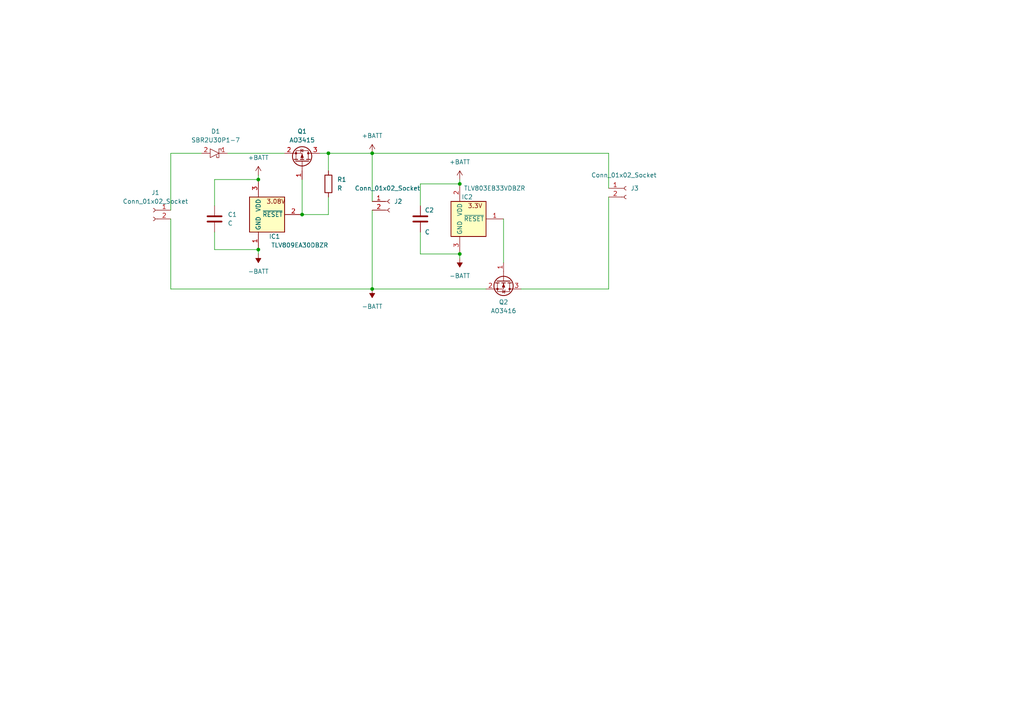
<source format=kicad_sch>
(kicad_sch (version 20250114) (generator "eeschema") (generator_version "9.0")
  (paper "A4")
  (lib_symbols
    (symbol "Connector:Conn_01x02_Socket" (pin_names (offset 1.016) (hide yes))
      (property "Reference" "J" (at 0 2.54 0))
      (property "Value" "Conn_01x02_Socket" (at 0 -5.08 0))
      (symbol "Conn_01x02_Socket_1_1"
        (polyline (pts (xy -1.27 0) (xy -0.508 0)) (stroke (width 0.1524)))
        (polyline (pts (xy -1.27 -2.54) (xy -0.508 -2.54)) (stroke (width 0.1524)))
        (arc (start 0 -0.508) (mid -0.5058 0) (end 0 0.508) (stroke (width 0.1524)))
        (arc (start 0 -3.048) (mid -0.5058 -2.54) (end 0 -2.032) (stroke (width 0.1524)))
        (pin passive line (at -5.08 0 0) (length 3.81) (name "Pin_1") (number "1"))
        (pin passive line (at -5.08 -2.54 0) (length 3.81) (name "Pin_2") (number "2"))
      )
    )
    (symbol "Device:C" (pin_numbers (hide yes)) (pin_names (offset 0.254))
      (property "Reference" "C" (at 0.635 2.54 0))
      (property "Value" "C" (at 0.635 -2.54 0))
      (symbol "C_0_1"
        (polyline (pts (xy -2.032 0.762) (xy 2.032 0.762)) (stroke (width 0.508)))
        (polyline (pts (xy -2.032 -0.762) (xy 2.032 -0.762)) (stroke (width 0.508)))
      )
      (symbol "C_1_1"
        (pin passive line (at 0 3.81 270) (length 2.794) (name "~") (number "1"))
        (pin passive line (at 0 -3.81 90) (length 2.794) (name "~") (number "2"))
      )
    )
    (symbol "Device:R" (pin_numbers (hide yes)) (pin_names (offset 0))
      (property "Reference" "R" (at 2.032 0 90))
      (property "Value" "R" (at 0 0 90))
      (symbol "R_0_1"
        (rectangle (start -1.016 -2.54) (end 1.016 2.54) (stroke (width 0.254)))
      )
      (symbol "R_1_1"
        (pin passive line (at 0 3.81 270) (length 1.27) (name "~") (number "1"))
        (pin passive line (at 0 -3.81 90) (length 1.27) (name "~") (number "2"))
      )
    )
    (symbol "Marcus-PCB-Library:AO3415" (pin_names (hide yes))
      (property "Reference" "Q" (at 11.43 3.81 0))
      (property "Value" "AO3415" (at 11.43 1.27 0))
      (symbol "AO3415_0_1"
        (polyline (pts (xy 1.524 1.905) (xy 1.524 -1.905)) (stroke (width 0.254)))
        (polyline (pts (xy 1.524 0) (xy -1.27 0)))
        (polyline (pts (xy 2.032 2.286) (xy 2.032 1.27)) (stroke (width 0.254)))
        (polyline (pts (xy 2.032 1.778) (xy 4.572 1.778) (xy 4.572 -1.778) (xy 2.032 -1.778)))
        (polyline (pts (xy 2.032 0.508) (xy 2.032 -0.508)) (stroke (width 0.254)))
        (polyline (pts (xy 2.032 -1.27) (xy 2.032 -2.286)) (stroke (width 0.254)))
        (circle (center 2.921 0) (radius 2.794) (stroke (width 0.254)))
        (polyline (pts (xy 3.556 0) (xy 2.54 0.381) (xy 2.54 -0.381) (xy 3.556 0)) (fill (type outline)))
        (polyline (pts (xy 3.81 2.54) (xy 3.81 1.778)))
        (circle (center 3.81 1.778) (radius 0.254) (fill (type outline)))
        (circle (center 3.81 -1.778) (radius 0.254) (fill (type outline)))
        (polyline (pts (xy 3.81 -2.54) (xy 3.81 0) (xy 2.032 0)))
        (polyline (pts (xy 4.064 -0.508) (xy 4.191 -0.381) (xy 4.953 -0.381) (xy 5.08 -0.254)))
        (polyline (pts (xy 4.572 -0.381) (xy 4.191 0.254) (xy 4.953 0.254) (xy 4.572 -0.381)))
      )
      (symbol "AO3415_1_1"
        (pin input line (at -3.81 0 0) (length 2.54) (name "G") (number "1"))
        (pin passive line (at 3.81 5.08 270) (length 2.54) (name "D") (number "3"))
        (pin passive line (at 3.81 -5.08 90) (length 2.54) (name "S") (number "2"))
      )
    )
    (symbol "Marcus-PCB-Library:AO3416" (pin_names (hide yes))
      (property "Reference" "Q2" (at 6.35 0 90))
      (property "Value" "AO3416" (at 8.89 0 90))
      (symbol "AO3416_0_1"
        (polyline (pts (xy 0.254 1.905) (xy 0.254 -1.905)) (stroke (width 0.254)))
        (polyline (pts (xy 0.254 0) (xy -2.54 0)))
        (polyline (pts (xy 0.762 2.286) (xy 0.762 1.27)) (stroke (width 0.254)))
        (polyline (pts (xy 0.762 0.508) (xy 0.762 -0.508)) (stroke (width 0.254)))
        (polyline (pts (xy 0.762 -1.27) (xy 0.762 -2.286)) (stroke (width 0.254)))
        (polyline (pts (xy 0.762 -1.778) (xy 3.302 -1.778) (xy 3.302 1.778) (xy 0.762 1.778)))
        (polyline (pts (xy 1.016 0) (xy 2.032 0.381) (xy 2.032 -0.381) (xy 1.016 0)) (fill (type outline)))
        (circle (center 1.651 0) (radius 2.794) (stroke (width 0.254)))
        (polyline (pts (xy 2.54 2.54) (xy 2.54 1.778)))
        (circle (center 2.54 1.778) (radius 0.254) (fill (type outline)))
        (circle (center 2.54 -1.778) (radius 0.254) (fill (type outline)))
        (polyline (pts (xy 2.54 -2.54) (xy 2.54 0) (xy 0.762 0)))
        (polyline (pts (xy 2.794 0.508) (xy 2.921 0.381) (xy 3.683 0.381) (xy 3.81 0.254)))
        (polyline (pts (xy 3.302 0.381) (xy 2.921 -0.254) (xy 3.683 -0.254) (xy 3.302 0.381)))
      )
      (symbol "AO3416_1_1"
        (pin input line (at -5.08 0 0) (length 2.54) (name "G") (number "1"))
        (pin passive line (at 2.54 5.08 270) (length 2.54) (name "D") (number "3"))
        (pin passive line (at 2.54 -5.08 90) (length 2.54) (name "S") (number "2"))
      )
    )
    (symbol "Marcus-PCB-Library:SBR2U30P1-7" (pin_names (hide yes))
      (property "Reference" "D" (at 5.08 -3.81 0))
      (property "Value" "SBR2U30P1-7" (at 2.54 5.08 0))
      (symbol "SBR2U30P1-7_0_1"
        (polyline (pts (xy 5.08 1.27) (xy 5.08 -1.27) (xy 7.62 0) (xy 5.08 1.27)))
        (polyline (pts (xy 6.985 -1.27) (xy 6.985 -0.635)))
        (polyline (pts (xy 7.62 1.27) (xy 8.255 1.27)))
        (polyline (pts (xy 7.62 1.27) (xy 7.62 -1.27) (xy 6.985 -1.27)))
        (polyline (pts (xy 8.255 1.27) (xy 8.255 0.635)))
      )
      (symbol "SBR2U30P1-7_1_1"
        (pin passive line (at 2.54 0 0) (length 2.54) (name "A") (number "2"))
        (pin passive line (at 10.16 0 180) (length 2.54) (name "K") (number "1"))
      )
    )
    (symbol "Marcus-PCB-Library:TLV803EB33VDBZR"
      (property "Reference" "IC" (at 26.67 7.62 0))
      (property "Value" "TLV803EB33VDBZR" (at 26.67 5.08 0))
      (symbol "TLV803EB33VDBZR_1_1"
        (rectangle (start 7.62 2.54) (end 17.78 -7.62) (stroke (width 0.254)) (fill (type background)))
        (text "3.3V" (at 14.605 1.27 0) (effects (font (size 1.27 1.27))))
        (pin passive line (at 10.16 7.62 270) (length 5.08) (name "VDD") (number "2"))
        (pin passive line (at 10.16 -12.7 90) (length 5.08) (name "GND") (number "3"))
        (pin passive line (at 22.86 -2.54 180) (length 5.08) (name "~{RESET}") (number "1"))
      )
    )
    (symbol "Marcus-PCB-Library:TLV809EA30DBZR"
      (property "Reference" "IC" (at 19.685 8.255 0))
      (property "Value" "TLV809EA30DBZR" (at 19.685 5.715 0))
      (symbol "TLV809EA30DBZR_1_1"
        (rectangle (start 12.7 2.54) (end 22.86 -7.62) (stroke (width 0.254)) (fill (type background)))
        (text "3.08V" (at 20.32 1.27 0) (effects (font (size 1.27 1.27))))
        (pin passive line (at 15.24 7.62 270) (length 5.08) (name "VDD") (number "3"))
        (pin passive line (at 15.24 -12.7 90) (length 5.08) (name "GND") (number "1"))
        (pin passive line (at 27.94 -2.54 180) (length 5.08) (name "~{RESET}") (number "2"))
      )
    )
    (symbol "power:+BATT" (power) (pin_numbers (hide yes)) (pin_names (offset 0) (hide yes))
      (property "Value" "+BATT" (at 0 3.556 0))
      (symbol "+BATT_0_1"
        (polyline (pts (xy -0.762 1.27) (xy 0 2.54)))
        (polyline (pts (xy 0 2.54) (xy 0.762 1.27)))
        (polyline (pts (xy 0 0) (xy 0 2.54)))
      )
      (symbol "+BATT_1_1"
        (pin power_in line (at 0 0 90) (length 0) (name "~") (number "1"))
      )
    )
    (symbol "power:-BATT" (power) (pin_numbers (hide yes)) (pin_names (offset 0) (hide yes))
      (property "Value" "-BATT" (at 0 3.556 0))
      (symbol "-BATT_0_1"
        (polyline (pts (xy 0 0) (xy 0 2.54)))
        (polyline (pts (xy 0.762 1.27) (xy -0.762 1.27) (xy 0 2.54) (xy 0.762 1.27)) (fill (type outline)))
      )
      (symbol "-BATT_1_1"
        (pin power_in line (at 0 0 90) (length 0) (name "~") (number "1"))
      )
    )
  )
  (junction (at 107.95 83.82))
  (junction (at 133.35 73.66))
  (junction (at 133.35 53.34))
  (junction (at 74.93 72.39))
  (junction (at 87.63 62.23))
  (junction (at 95.25 44.45))
  (junction (at 74.93 52.07))
  (junction (at 107.95 44.45))
  (wire (pts (xy 107.95 44.45) (xy 107.95 58.42)))
  (wire (pts (xy 49.53 44.45) (xy 49.53 60.96)))
  (wire (pts (xy 87.63 62.23) (xy 87.63 52.07)))
  (wire (pts (xy 92.71 44.45) (xy 95.25 44.45)))
  (wire (pts (xy 74.93 50.8) (xy 74.93 52.07)))
  (wire (pts (xy 74.93 52.07) (xy 62.23 52.07)))
  (wire (pts (xy 107.95 60.96) (xy 107.95 83.82)))
  (wire (pts (xy 95.25 62.23) (xy 87.63 62.23)))
  (wire (pts (xy 121.92 53.34) (xy 133.35 53.34)))
  (wire (pts (xy 107.95 44.45) (xy 176.53 44.45)))
  (wire (pts (xy 133.35 52.07) (xy 133.35 53.34)))
  (wire (pts (xy 151.13 83.82) (xy 176.53 83.82)))
  (wire (pts (xy 133.35 73.66) (xy 133.35 74.93)))
  (wire (pts (xy 95.25 44.45) (xy 107.95 44.45)))
  (wire (pts (xy 74.93 73.66) (xy 74.93 72.39)))
  (wire (pts (xy 121.92 59.69) (xy 121.92 53.34)))
  (wire (pts (xy 62.23 72.39) (xy 62.23 67.31)))
  (wire (pts (xy 62.23 52.07) (xy 62.23 59.69)))
  (wire (pts (xy 121.92 67.31) (xy 121.92 73.66)))
  (wire (pts (xy 176.53 57.15) (xy 176.53 83.82)))
  (wire (pts (xy 49.53 83.82) (xy 107.95 83.82)))
  (wire (pts (xy 66.04 44.45) (xy 82.55 44.45)))
  (wire (pts (xy 74.93 72.39) (xy 62.23 72.39)))
  (wire (pts (xy 49.53 44.45) (xy 58.42 44.45)))
  (wire (pts (xy 107.95 83.82) (xy 140.97 83.82)))
  (wire (pts (xy 146.05 63.5) (xy 146.05 76.2)))
  (wire (pts (xy 95.25 44.45) (xy 95.25 49.53)))
  (wire (pts (xy 95.25 57.15) (xy 95.25 62.23)))
  (wire (pts (xy 49.53 63.5) (xy 49.53 83.82)))
  (wire (pts (xy 176.53 44.45) (xy 176.53 54.61)))
  (wire (pts (xy 121.92 73.66) (xy 133.35 73.66)))
  (symbol (lib_id "power:+BATT") (at 107.95 44.45 0) (unit 1)
    (property "Reference" "#PWR6" (effects (hide yes)))
    (property "Value" "+BATT" (at 107.95 39.37 0))
    (property "Description" "Power symbol creates a global label with name \"+BATT\"" (effects (hide yes)))
  )
  (symbol (lib_id "power:-BATT") (at 107.95 83.82 180) (unit 1)
    (property "Reference" "#PWR1" (effects (hide yes)))
    (property "Value" "-BATT" (at 107.95 88.9 0))
    (property "Description" "Power symbol creates a global label with name \"-BATT\"" (effects (hide yes)))
  )
  (symbol (lib_id "power:-BATT") (at 133.35 74.93 180) (unit 1)
    (property "Reference" "#PWR2" (effects (hide yes)))
    (property "Value" "-BATT" (at 133.35 80.01 0))
    (property "Description" "Power symbol creates a global label with name \"-BATT\"" (effects (hide yes)))
  )
  (symbol (lib_id "Connector:Conn_01x02_Socket") (at 181.61 54.61 0) (unit 1)
    (property "Reference" "J3" (at 182.88 54.6099 0) (effects (justify left)))
    (property "Value" "Conn_01x02_Socket" (at 171.45 50.8 0) (effects (justify left)))
    (property "Footprint" "Connector_PinHeader_1.27mm:PinHeader_1x02_P1.27mm_Vertical" (effects (hide yes)))
    (property "Description" "Generic connector, single row, 01x02, script generated" (effects (hide yes)))
  )
  (symbol (lib_id "power:+BATT") (at 133.35 52.07 0) (unit 1)
    (property "Reference" "#PWR4" (effects (hide yes)))
    (property "Value" "+BATT" (at 133.35 46.99 0))
    (property "Description" "Power symbol creates a global label with name \"+BATT\"" (effects (hide yes)))
  )
  (symbol (lib_id "Marcus-PCB-Library:SBR2U30P1-7") (at 55.88 44.45 0) (unit 1)
    (property "Reference" "D1" (at 62.5475 38.1 0))
    (property "Value" "SBR2U30P1-7" (at 62.5475 40.64 0))
    (property "Footprint" "Marcus-PCB-Library:SODFL3718X100N" (effects (hide yes)))
    (property "Datasheet" "https://www.arrow.com/en/products/sbr2u30p1-7/diodes-incorporated" (effects (hide yes)))
    (property "Description" "Schottky Avalanche Diode, 30V 2A" (effects (hide yes)))
    (property "Height" "1" (effects (hide yes)))
    (property "Mouser Part Number" "621-SBR2U30P1-7" (effects (hide yes)))
    (property "Mouser Price/Stock" "https://www.mouser.co.uk/ProductDetail/Diodes-Incorporated/SBR2U30P1-7?qs=DwnLFiA34IJMuJCpilI3ag%3D%3D" (effects (hide yes)))
    (property "Manufacturer_Name" "Diodes Incorporated" (effects (hide yes)))
    (property "Manufacturer_Part_Number" "SBR2U30P1-7" (effects (hide yes)))
  )
  (symbol (lib_id "power:+BATT") (at 74.93 50.8 0) (unit 1)
    (property "Reference" "#PWR5" (effects (hide yes)))
    (property "Value" "+BATT" (at 74.93 45.72 0))
    (property "Description" "Power symbol creates a global label with name \"+BATT\"" (effects (hide yes)))
  )
  (symbol (lib_id "Device:C") (at 62.23 63.5 0) (unit 1)
    (property "Reference" "C1" (at 66.04 62.2299 0) (effects (justify left)))
    (property "Value" "C" (at 66.04 64.7699 0) (effects (justify left)))
    (property "Footprint" "Capacitor_SMD:C_0805_2012Metric_Pad1.18x1.45mm_HandSolder" (effects (hide yes)))
    (property "Description" "Unpolarized capacitor" (effects (hide yes)))
  )
  (symbol (lib_id "Device:C") (at 121.92 63.5 0) (unit 1)
    (property "Reference" "C2" (at 123.19 60.96 0) (effects (justify left)))
    (property "Value" "C" (at 123.19 67.31 0) (effects (justify left)))
    (property "Footprint" "Capacitor_SMD:C_0805_2012Metric_Pad1.18x1.45mm_HandSolder" (effects (hide yes)))
    (property "Description" "Unpolarized capacitor" (effects (hide yes)))
  )
  (symbol (lib_id "Connector:Conn_01x02_Socket") (at 44.45 60.96 0) (mirror y) (unit 1)
    (property "Reference" "J1" (at 45.085 55.88 0))
    (property "Value" "Conn_01x02_Socket" (at 45.085 58.42 0))
    (property "Footprint" "Connector_PinHeader_1.27mm:PinHeader_1x02_P1.27mm_Vertical" (effects (hide yes)))
    (property "Description" "Generic connector, single row, 01x02, script generated" (effects (hide yes)))
  )
  (symbol (lib_id "Connector:Conn_01x02_Socket") (at 113.03 58.42 0) (unit 1)
    (property "Reference" "J2" (at 114.3 58.4199 0) (effects (justify left)))
    (property "Value" "Conn_01x02_Socket" (at 102.87 54.61 0) (effects (justify left)))
    (property "Footprint" "Connector_PinHeader_1.27mm:PinHeader_1x02_P1.27mm_Vertical" (effects (hide yes)))
    (property "Description" "Generic connector, single row, 01x02, script generated" (effects (hide yes)))
  )
  (symbol (lib_id "Marcus-PCB-Library:AO3415") (at 87.63 48.26 270) (mirror x) (unit 1)
    (property "Reference" "Q1" (at 87.63 38.1 90))
    (property "Value" "AO3415" (at 87.63 40.64 90))
    (property "Footprint" "SOT95P280X125-3N" (effects (hide yes)))
    (property "Datasheet" "http://www.aosmd.com/pdfs/datasheet/AO3415.pdf" (effects (hide yes)))
    (property "Description" "20V P-Channel MOSFET" (effects (hide yes)))
    (property "Height" "1.25" (effects (hide yes)))
    (property "Manufacturer_Name" "Alpha & Omega Semiconductors" (effects (hide yes)))
    (property "Manufacturer_Part_Number" "AO3415" (effects (hide yes)))
  )
  (symbol (lib_id "Marcus-PCB-Library:AO3416") (at 146.05 81.28 270) (unit 1)
    (property "Reference" "Q2" (at 146.05 87.63 90))
    (property "Value" "AO3416" (at 146.05 90.17 90))
    (property "Footprint" "Package_TO_SOT_SMD:SOT-23" (effects (hide yes)))
    (property "Datasheet" "https://www.aosmd.com/sites/default/files/res/datasheets/AO3416.pdf" (effects (hide yes)))
    (property "Description" "20V Vds, 6.5A Id, N-Channel MOSFET, SOT-23, 22mΩ" (effects (hide yes)))
  )
  (symbol (lib_id "Marcus-PCB-Library:TLV803EB33VDBZR") (at 123.19 60.96 0) (unit 1)
    (property "Reference" "IC2" (at 137.16 57.15 0) (effects (justify right)))
    (property "Value" "TLV803EB33VDBZR" (at 152.4 54.61 0) (effects (justify right)))
    (property "Footprint" "Marcus_Library:SOT95P237X112-3N" (effects (hide yes)))
    (property "Datasheet" "https://pdf1.alldatasheet.com/datasheet-pdf/view/1260560/TI/TLV803EB33VDBZR.html" (effects (hide yes)))
    (property "Description" "Voltage supervisor 3.3V; active-low; open-drain; SOT-23-3" (effects (hide yes)))
    (property "Height" "1.12" (effects (hide yes)))
    (property "Mouser Part Number" "595-TLV803EB33VDBZR" (effects (hide yes)))
    (property "Mouser Price/Stock" "https://www.mouser.co.uk/ProductDetail/Texas-Instruments/TLV803EB33VDBZR?qs=81r%252BiQLm7BTmCXt3yi%252BCAg%3D%3D" (effects (hide yes)))
    (property "Manufacturer_Name" "Texas Instruments" (effects (hide yes)))
    (property "Manufacturer_Part_Number" "TLV803EB33VDBZR" (effects (hide yes)))
  )
  (symbol (lib_id "power:-BATT") (at 74.93 73.66 180) (unit 1)
    (property "Reference" "#PWR3" (effects (hide yes)))
    (property "Value" "-BATT" (at 74.93 78.74 0))
    (property "Description" "Power symbol creates a global label with name \"-BATT\"" (effects (hide yes)))
  )
  (symbol (lib_id "Marcus-PCB-Library:TLV809EA30DBZR") (at 59.69 59.69 0) (unit 1)
    (property "Reference" "IC1" (at 81.28 68.58 0) (effects (justify right)))
    (property "Value" "TLV809EA30DBZR" (at 95.25 71.12 0) (effects (justify right)))
    (property "Footprint" "Marcus_Library:SOT95P237X95-3N" (effects (hide yes)))
    (property "Datasheet" "http://www.ti.com/lit/gpn/TLV809E" (effects (hide yes)))
    (property "Description" "Voltage supervisor 3.08V; active-low; push-pull; SOT-23-3" (effects (hide yes)))
    (property "Height" "0.95" (effects (hide yes)))
    (property "Mouser Part Number" "595-TLV809EA30DBZR" (effects (hide yes)))
    (property "Mouser Price/Stock" "https://www.mouser.co.uk/ProductDetail/Texas-Instruments/TLV809EA30DBZR?qs=%252B6g0mu59x7IQ6usJOabAlA%3D%3D" (effects (hide yes)))
    (property "Manufacturer_Name" "Texas Instruments" (effects (hide yes)))
    (property "Manufacturer_Part_Number" "TLV809EA30DBZR" (effects (hide yes)))
  )
  (symbol (lib_id "Device:R") (at 95.25 53.34 0) (unit 1)
    (property "Reference" "R1" (at 97.79 52.0699 0) (effects (justify left)))
    (property "Value" "R" (at 97.79 54.6099 0) (effects (justify left)))
    (property "Footprint" "Resistor_SMD:R_0805_2012Metric_Pad1.20x1.40mm_HandSolder" (effects (hide yes)))
    (property "Description" "Resistor" (effects (hide yes)))
  )
)
</source>
